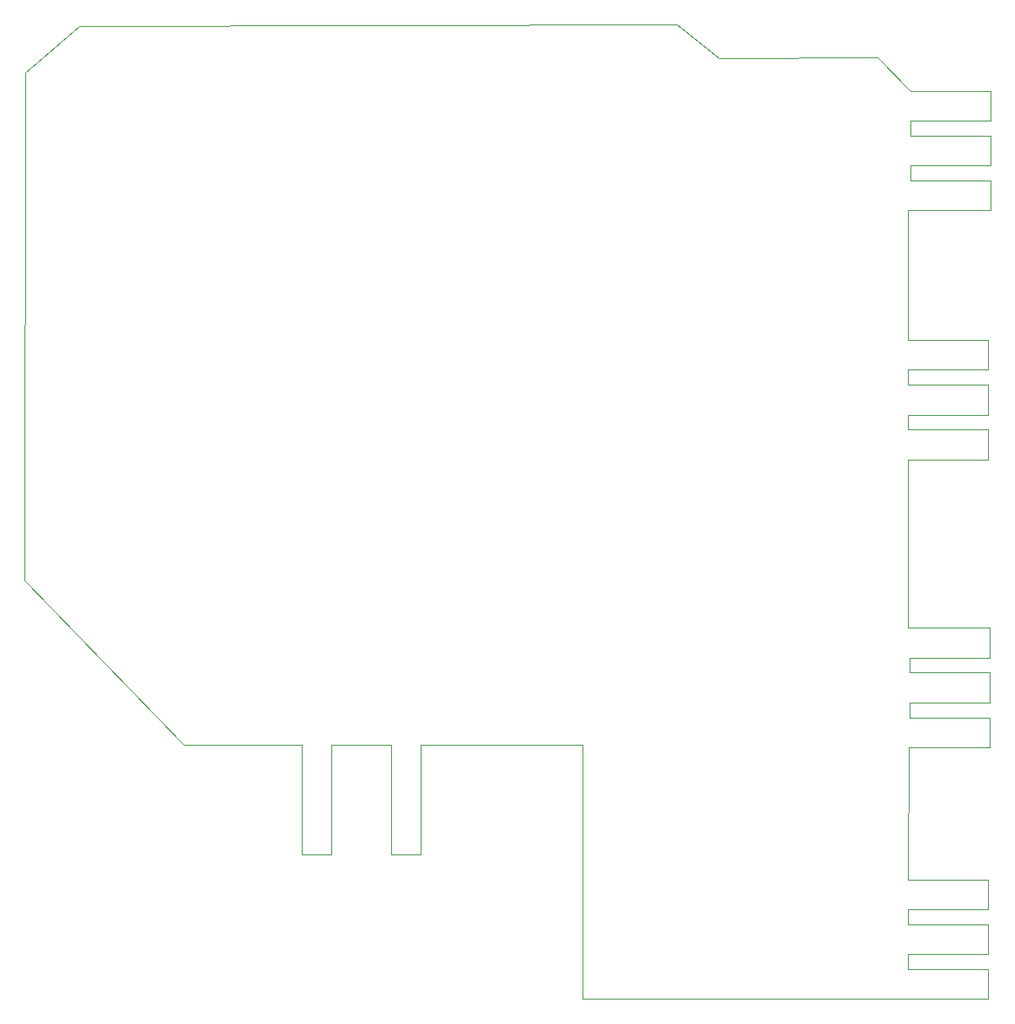
<source format=gbr>
%TF.GenerationSoftware,KiCad,Pcbnew,(6.0.7)*%
%TF.CreationDate,2023-04-21T16:09:57-05:00*%
%TF.ProjectId,RevisedControlBoard,52657669-7365-4644-936f-6e74726f6c42,rev?*%
%TF.SameCoordinates,Original*%
%TF.FileFunction,Profile,NP*%
%FSLAX46Y46*%
G04 Gerber Fmt 4.6, Leading zero omitted, Abs format (unit mm)*
G04 Created by KiCad (PCBNEW (6.0.7)) date 2023-04-21 16:09:57*
%MOMM*%
%LPD*%
G01*
G04 APERTURE LIST*
%TA.AperFunction,Profile*%
%ADD10C,0.100000*%
%TD*%
G04 APERTURE END LIST*
D10*
X196900000Y-101729999D02*
X196900000Y-103229999D01*
X196720000Y-78830000D02*
X204720001Y-78830000D01*
X177770000Y-41520000D02*
X193670000Y-41500000D01*
X204900001Y-98729999D02*
X204900001Y-101730000D01*
X135805001Y-121487497D02*
X138805001Y-121487499D01*
X204720000Y-128499998D02*
X204720000Y-131499999D01*
X135805002Y-113487500D02*
X135825001Y-110487501D01*
X196720002Y-124000000D02*
X204720002Y-124000000D01*
X164000000Y-110500000D02*
X147800000Y-110512500D01*
X197000000Y-44830000D02*
X204999999Y-44830001D01*
X196719999Y-62830000D02*
X196720001Y-69829999D01*
X135825001Y-110487501D02*
X124000000Y-110500000D01*
X196900000Y-98730000D02*
X196700000Y-98730000D01*
X138800000Y-110512500D02*
X144805001Y-110512500D01*
X204900001Y-101730000D02*
X196900000Y-101729999D01*
X197000000Y-52330000D02*
X197000000Y-53830000D01*
X204720001Y-78830000D02*
X204720000Y-81829999D01*
X147805001Y-121487499D02*
X147800000Y-110512500D01*
X138805001Y-121487499D02*
X138805002Y-113487500D01*
X135805002Y-113487500D02*
X135805001Y-121487497D01*
X164000000Y-111000000D02*
X164000000Y-110500000D01*
X196720002Y-133000000D02*
X204720002Y-133000000D01*
X196719999Y-131500002D02*
X196720002Y-133000000D01*
X204720002Y-124000000D02*
X204720001Y-127000001D01*
X204900001Y-106230000D02*
X196900001Y-106230001D01*
X196900000Y-98730000D02*
X204900001Y-98729999D01*
X144805002Y-113487500D02*
X144805001Y-121487497D01*
X204720000Y-74330000D02*
X204720000Y-77329998D01*
X196719999Y-72830000D02*
X196719999Y-74330000D01*
X196900000Y-107730000D02*
X204900001Y-107729999D01*
X113500000Y-38300000D02*
X173500000Y-38200000D01*
X108100000Y-43000000D02*
X108000000Y-94000000D01*
X204720000Y-77329998D02*
X196720002Y-77329999D01*
X205000001Y-47830001D02*
X197000000Y-47830001D01*
X205000000Y-52330000D02*
X197000000Y-52330000D01*
X196720001Y-69829999D02*
X204720001Y-69830000D01*
X196719999Y-81830000D02*
X196700000Y-98730000D01*
X196900000Y-103229999D02*
X204900001Y-103230001D01*
X197000000Y-53830000D02*
X204999999Y-53830001D01*
X197000000Y-47830001D02*
X197000000Y-49330000D01*
X138805002Y-113487500D02*
X138800000Y-110512500D01*
X204720002Y-133000000D02*
X204720000Y-136000000D01*
X196720002Y-77329999D02*
X196720000Y-78830000D01*
X204720001Y-127000001D02*
X196720002Y-127000001D01*
X173500000Y-38200000D02*
X177770000Y-41520000D01*
X197000000Y-49330000D02*
X205000001Y-49330000D01*
X144805001Y-121487497D02*
X147805001Y-121487499D01*
X204900000Y-110730001D02*
X196900000Y-110730000D01*
X205000001Y-56830000D02*
X197000000Y-56830000D01*
X204999999Y-53830001D02*
X205000001Y-56830000D01*
X144805001Y-110512500D02*
X144805002Y-113487500D01*
X204720001Y-69830000D02*
X204720000Y-72829999D01*
X204720000Y-81829999D02*
X196719999Y-81830000D01*
X204900001Y-107729999D02*
X204900000Y-110730001D01*
X196900000Y-110730000D02*
X196800000Y-110730000D01*
X124000000Y-110500000D02*
X108000000Y-94000000D01*
X196700000Y-56830000D02*
X197000000Y-56830000D01*
X196900001Y-106230001D02*
X196900000Y-107730000D01*
X197000000Y-44830000D02*
X193670000Y-41500000D01*
X164000000Y-136000000D02*
X196720000Y-136000001D01*
X196719999Y-62830000D02*
X196700000Y-56830000D01*
X196719999Y-128500001D02*
X204720000Y-128499998D01*
X196800000Y-110730000D02*
X196720002Y-124000000D01*
X204720000Y-72829999D02*
X196719999Y-72830000D01*
X205000001Y-49330000D02*
X205000000Y-52330000D01*
X204720000Y-136000000D02*
X196720000Y-136000001D01*
X113500000Y-38300000D02*
X108100000Y-43000000D01*
X164000000Y-136000000D02*
X164000000Y-111000000D01*
X196719999Y-74330000D02*
X204720000Y-74330000D01*
X196720002Y-127000001D02*
X196719999Y-128500001D01*
X204999999Y-44830001D02*
X205000001Y-47830001D01*
X204900001Y-103230001D02*
X204900001Y-106230000D01*
X204720000Y-131499999D02*
X196719999Y-131500002D01*
M02*

</source>
